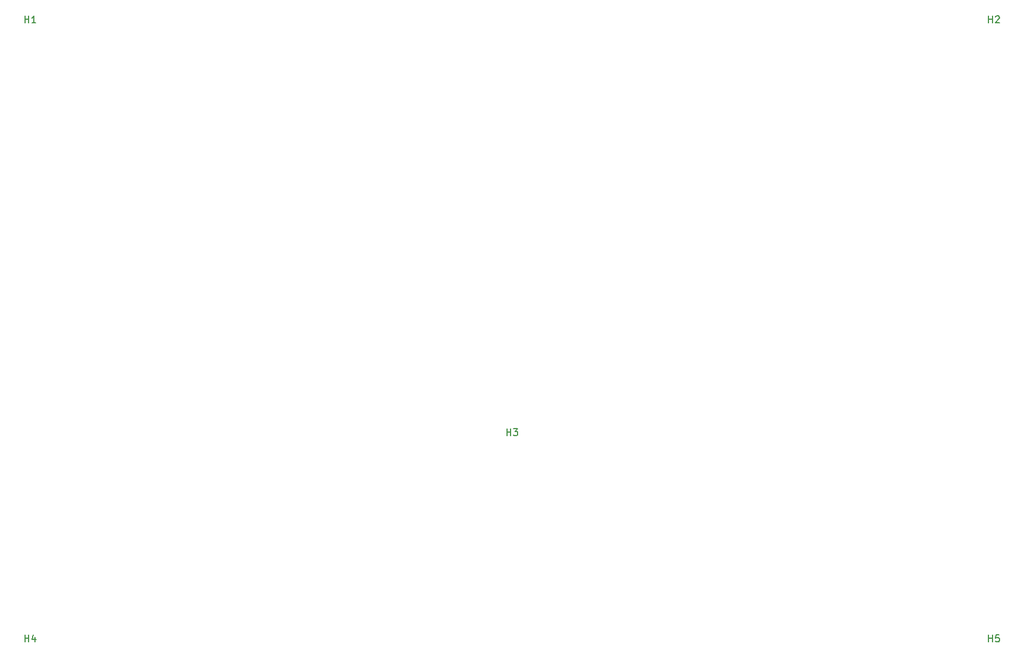
<source format=gbr>
G04 #@! TF.GenerationSoftware,KiCad,Pcbnew,8.0.3*
G04 #@! TF.CreationDate,2024-08-17T21:49:42+09:00*
G04 #@! TF.ProjectId,mainboard_top_plate,6d61696e-626f-4617-9264-5f746f705f70,rev?*
G04 #@! TF.SameCoordinates,Original*
G04 #@! TF.FileFunction,Legend,Top*
G04 #@! TF.FilePolarity,Positive*
%FSLAX46Y46*%
G04 Gerber Fmt 4.6, Leading zero omitted, Abs format (unit mm)*
G04 Created by KiCad (PCBNEW 8.0.3) date 2024-08-17 21:49:42*
%MOMM*%
%LPD*%
G01*
G04 APERTURE LIST*
%ADD10C,0.150000*%
G04 APERTURE END LIST*
D10*
X139238095Y-155754819D02*
X139238095Y-154754819D01*
X139238095Y-155231009D02*
X139809523Y-155231009D01*
X139809523Y-155754819D02*
X139809523Y-154754819D01*
X140714285Y-155088152D02*
X140714285Y-155754819D01*
X140476190Y-154707200D02*
X140238095Y-155421485D01*
X140238095Y-155421485D02*
X140857142Y-155421485D01*
X279238095Y-65754819D02*
X279238095Y-64754819D01*
X279238095Y-65231009D02*
X279809523Y-65231009D01*
X279809523Y-65754819D02*
X279809523Y-64754819D01*
X280238095Y-64850057D02*
X280285714Y-64802438D01*
X280285714Y-64802438D02*
X280380952Y-64754819D01*
X280380952Y-64754819D02*
X280619047Y-64754819D01*
X280619047Y-64754819D02*
X280714285Y-64802438D01*
X280714285Y-64802438D02*
X280761904Y-64850057D01*
X280761904Y-64850057D02*
X280809523Y-64945295D01*
X280809523Y-64945295D02*
X280809523Y-65040533D01*
X280809523Y-65040533D02*
X280761904Y-65183390D01*
X280761904Y-65183390D02*
X280190476Y-65754819D01*
X280190476Y-65754819D02*
X280809523Y-65754819D01*
X139238095Y-65754819D02*
X139238095Y-64754819D01*
X139238095Y-65231009D02*
X139809523Y-65231009D01*
X139809523Y-65754819D02*
X139809523Y-64754819D01*
X140809523Y-65754819D02*
X140238095Y-65754819D01*
X140523809Y-65754819D02*
X140523809Y-64754819D01*
X140523809Y-64754819D02*
X140428571Y-64897676D01*
X140428571Y-64897676D02*
X140333333Y-64992914D01*
X140333333Y-64992914D02*
X140238095Y-65040533D01*
X279238095Y-155754819D02*
X279238095Y-154754819D01*
X279238095Y-155231009D02*
X279809523Y-155231009D01*
X279809523Y-155754819D02*
X279809523Y-154754819D01*
X280761904Y-154754819D02*
X280285714Y-154754819D01*
X280285714Y-154754819D02*
X280238095Y-155231009D01*
X280238095Y-155231009D02*
X280285714Y-155183390D01*
X280285714Y-155183390D02*
X280380952Y-155135771D01*
X280380952Y-155135771D02*
X280619047Y-155135771D01*
X280619047Y-155135771D02*
X280714285Y-155183390D01*
X280714285Y-155183390D02*
X280761904Y-155231009D01*
X280761904Y-155231009D02*
X280809523Y-155326247D01*
X280809523Y-155326247D02*
X280809523Y-155564342D01*
X280809523Y-155564342D02*
X280761904Y-155659580D01*
X280761904Y-155659580D02*
X280714285Y-155707200D01*
X280714285Y-155707200D02*
X280619047Y-155754819D01*
X280619047Y-155754819D02*
X280380952Y-155754819D01*
X280380952Y-155754819D02*
X280285714Y-155707200D01*
X280285714Y-155707200D02*
X280238095Y-155659580D01*
X209238095Y-125754819D02*
X209238095Y-124754819D01*
X209238095Y-125231009D02*
X209809523Y-125231009D01*
X209809523Y-125754819D02*
X209809523Y-124754819D01*
X210190476Y-124754819D02*
X210809523Y-124754819D01*
X210809523Y-124754819D02*
X210476190Y-125135771D01*
X210476190Y-125135771D02*
X210619047Y-125135771D01*
X210619047Y-125135771D02*
X210714285Y-125183390D01*
X210714285Y-125183390D02*
X210761904Y-125231009D01*
X210761904Y-125231009D02*
X210809523Y-125326247D01*
X210809523Y-125326247D02*
X210809523Y-125564342D01*
X210809523Y-125564342D02*
X210761904Y-125659580D01*
X210761904Y-125659580D02*
X210714285Y-125707200D01*
X210714285Y-125707200D02*
X210619047Y-125754819D01*
X210619047Y-125754819D02*
X210333333Y-125754819D01*
X210333333Y-125754819D02*
X210238095Y-125707200D01*
X210238095Y-125707200D02*
X210190476Y-125659580D01*
M02*

</source>
